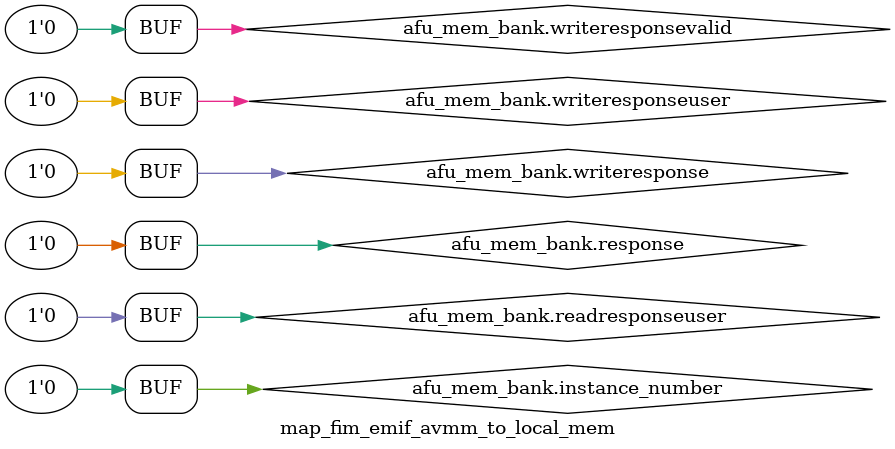
<source format=sv>


`include "ofs_plat_if.vh"

module map_fim_emif_avmm_to_local_mem
  #(
    // Instance number is just used for debugging as a tag
    parameter INSTANCE_NUMBER = 0
    )
   (
    // FIM interface
    ofs_fim_emif_avmm_if.user fim_mem_bank,

    // PIM interface
    ofs_plat_avalon_mem_if.to_source_clk afu_mem_bank
    );

    logic mb_rst_n = 1'b0;
    always @(posedge fim_mem_bank.clk)
    begin
      mb_rst_n <= fim_mem_bank.rst_n;
    end

    assign afu_mem_bank.clk = fim_mem_bank.clk;
    assign afu_mem_bank.reset_n = mb_rst_n;
    assign afu_mem_bank.instance_number = INSTANCE_NUMBER;

    assign afu_mem_bank.waitrequest = fim_mem_bank.waitrequest;

    assign fim_mem_bank.address = afu_mem_bank.address;
    assign fim_mem_bank.write = afu_mem_bank.write;
    assign fim_mem_bank.read = afu_mem_bank.read;
    assign fim_mem_bank.burstcount = afu_mem_bank.burstcount;
    assign fim_mem_bank.writedata = afu_mem_bank.writedata;
    assign fim_mem_bank.byteenable = afu_mem_bank.byteenable;

    assign afu_mem_bank.readdatavalid = fim_mem_bank.readdatavalid;
    assign afu_mem_bank.readdata = fim_mem_bank.readdata;
    assign afu_mem_bank.response = '0;
    assign afu_mem_bank.readresponseuser = '0;

    assign afu_mem_bank.writeresponsevalid = 1'b0;
    assign afu_mem_bank.writeresponse = '0;
    assign afu_mem_bank.writeresponseuser = '0;

endmodule // map_fim_emif_avmm_to_local_mem

</source>
